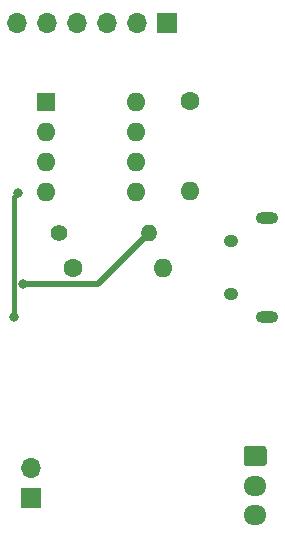
<source format=gbr>
G04 #@! TF.GenerationSoftware,KiCad,Pcbnew,(5.1.5)-3*
G04 #@! TF.CreationDate,2020-03-05T17:26:28+00:00*
G04 #@! TF.ProjectId,DigiSpark.schBackup,44696769-5370-4617-926b-2e7363684261,rev?*
G04 #@! TF.SameCoordinates,PX4f296e0PY8afe530*
G04 #@! TF.FileFunction,Copper,L2,Bot*
G04 #@! TF.FilePolarity,Positive*
%FSLAX46Y46*%
G04 Gerber Fmt 4.6, Leading zero omitted, Abs format (unit mm)*
G04 Created by KiCad (PCBNEW (5.1.5)-3) date 2020-03-05 17:26:28*
%MOMM*%
%LPD*%
G04 APERTURE LIST*
%ADD10R,1.700000X1.700000*%
%ADD11O,1.700000X1.700000*%
%ADD12O,1.250000X1.050000*%
%ADD13O,1.900000X1.000000*%
%ADD14C,0.100000*%
%ADD15O,1.950000X1.700000*%
%ADD16C,1.400000*%
%ADD17O,1.400000X1.400000*%
%ADD18C,1.600000*%
%ADD19O,1.600000X1.600000*%
%ADD20R,1.600000X1.600000*%
%ADD21C,0.800000*%
%ADD22C,0.400000*%
%ADD23C,0.550000*%
G04 APERTURE END LIST*
D10*
X20396200Y47091600D03*
D11*
X17856200Y47091600D03*
X15316200Y47091600D03*
X12776200Y47091600D03*
X10236200Y47091600D03*
X7696200Y47091600D03*
D12*
X25854400Y24165600D03*
X25854400Y28615600D03*
D13*
X28854400Y22215600D03*
X28854400Y30565600D03*
G04 #@! TA.AperFunction,ComponentPad*
D14*
G36*
X28613304Y11262796D02*
G01*
X28637573Y11259196D01*
X28661371Y11253235D01*
X28684471Y11244970D01*
X28706649Y11234480D01*
X28727693Y11221867D01*
X28747398Y11207253D01*
X28765577Y11190777D01*
X28782053Y11172598D01*
X28796667Y11152893D01*
X28809280Y11131849D01*
X28819770Y11109671D01*
X28828035Y11086571D01*
X28833996Y11062773D01*
X28837596Y11038504D01*
X28838800Y11014000D01*
X28838800Y9814000D01*
X28837596Y9789496D01*
X28833996Y9765227D01*
X28828035Y9741429D01*
X28819770Y9718329D01*
X28809280Y9696151D01*
X28796667Y9675107D01*
X28782053Y9655402D01*
X28765577Y9637223D01*
X28747398Y9620747D01*
X28727693Y9606133D01*
X28706649Y9593520D01*
X28684471Y9583030D01*
X28661371Y9574765D01*
X28637573Y9568804D01*
X28613304Y9565204D01*
X28588800Y9564000D01*
X27138800Y9564000D01*
X27114296Y9565204D01*
X27090027Y9568804D01*
X27066229Y9574765D01*
X27043129Y9583030D01*
X27020951Y9593520D01*
X26999907Y9606133D01*
X26980202Y9620747D01*
X26962023Y9637223D01*
X26945547Y9655402D01*
X26930933Y9675107D01*
X26918320Y9696151D01*
X26907830Y9718329D01*
X26899565Y9741429D01*
X26893604Y9765227D01*
X26890004Y9789496D01*
X26888800Y9814000D01*
X26888800Y11014000D01*
X26890004Y11038504D01*
X26893604Y11062773D01*
X26899565Y11086571D01*
X26907830Y11109671D01*
X26918320Y11131849D01*
X26930933Y11152893D01*
X26945547Y11172598D01*
X26962023Y11190777D01*
X26980202Y11207253D01*
X26999907Y11221867D01*
X27020951Y11234480D01*
X27043129Y11244970D01*
X27066229Y11253235D01*
X27090027Y11259196D01*
X27114296Y11262796D01*
X27138800Y11264000D01*
X28588800Y11264000D01*
X28613304Y11262796D01*
G37*
G04 #@! TD.AperFunction*
D15*
X27863800Y7914000D03*
X27863800Y5414000D03*
D10*
X8915400Y6883400D03*
D11*
X8915400Y9423400D03*
D16*
X11252200Y29286200D03*
D17*
X18872200Y29286200D03*
D18*
X12471400Y26339800D03*
D19*
X20091400Y26339800D03*
X22326600Y32816800D03*
D18*
X22326600Y40436800D03*
D20*
X10185400Y40360600D03*
D19*
X17805400Y32740600D03*
X10185400Y37820600D03*
X17805400Y35280600D03*
X10185400Y35280600D03*
X17805400Y37820600D03*
X10185400Y32740600D03*
X17805400Y40360600D03*
D21*
X7823200Y32715200D03*
X7416800Y22174200D03*
X8229600Y25019000D03*
D22*
X7423201Y32315201D02*
X7423201Y22180601D01*
X7823200Y32715200D02*
X7423201Y32315201D01*
X7423201Y22180601D02*
X7416800Y22174200D01*
D23*
X14605000Y25019000D02*
X18872200Y29286200D01*
X8229600Y25019000D02*
X14605000Y25019000D01*
M02*

</source>
